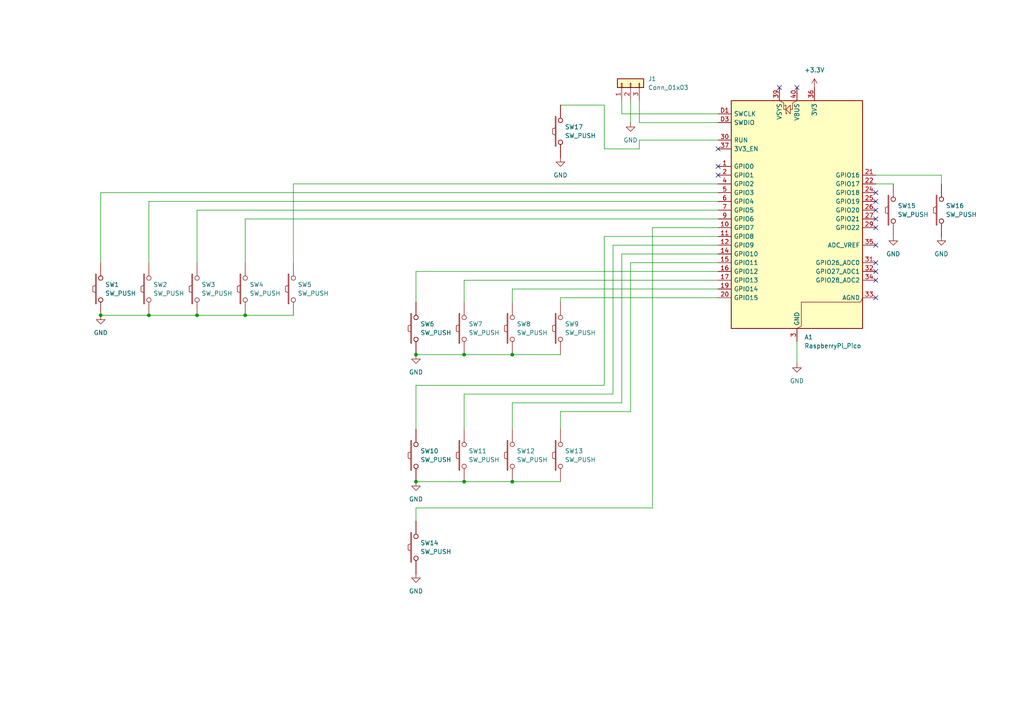
<source format=kicad_sch>
(kicad_sch (version 20250114) (generator "eeschema") (generator_version "9.0")
  (paper "A4")
  (lib_symbols
    (symbol "BrownSugar_KBD:SW_PUSH" (pin_numbers (hide yes)) (pin_names (offset 1.016) (hide yes))
      (property "Reference" "SW" (at 3.81 2.794 0))
      (property "Value" "SW_PUSH" (at 0 -2.032 0))
      (symbol "SW_PUSH_0_1"
        (rectangle (start -4.318 1.27) (end 4.318 1.524))
        (polyline (pts (xy -1.016 1.524) (xy -0.762 2.286) (xy 0.762 2.286) (xy 1.016 1.524)))
        (pin passive inverted (at -7.62 0 0) (length 5.08) (name "1") (number "1"))
        (pin passive inverted (at 7.62 0 180) (length 5.08) (name "2") (number "2"))
      )
    )
    (symbol "Connector_Generic:Conn_01x03" (pin_names (offset 1.016) (hide yes))
      (property "Reference" "J" (at 0 5.08 0))
      (property "Value" "Conn_01x03" (at 0 -5.08 0))
      (symbol "Conn_01x03_1_1"
        (rectangle (start -1.27 3.81) (end 1.27 -3.81) (stroke (width 0.254)) (fill (type background)))
        (rectangle (start -1.27 2.667) (end 0 2.413) (stroke (width 0.1524)))
        (rectangle (start -1.27 0.127) (end 0 -0.127) (stroke (width 0.1524)))
        (rectangle (start -1.27 -2.413) (end 0 -2.667) (stroke (width 0.1524)))
        (pin passive line (at -5.08 2.54 0) (length 3.81) (name "Pin_1") (number "1"))
        (pin passive line (at -5.08 0 0) (length 3.81) (name "Pin_2") (number "2"))
        (pin passive line (at -5.08 -2.54 0) (length 3.81) (name "Pin_3") (number "3"))
      )
    )
    (symbol "MCU_Module:RaspberryPi_Pico_Debug" (pin_names (offset 0.762))
      (property "Reference" "A" (at -19.05 35.56 0))
      (property "Value" "RaspberryPi_Pico" (at 7.62 35.56 0))
      (symbol "RaspberryPi_Pico_Debug_0_1"
        (rectangle (start -19.05 34.29) (end 19.05 -31.75) (stroke (width 0.254)) (fill (type background)))
        (polyline (pts (xy -5.08 34.29) (xy -3.81 33.655) (xy -3.81 31.75) (xy -3.175 31.75)))
        (polyline (pts (xy -3.429 32.766) (xy -3.429 33.02) (xy -3.175 33.02) (xy -3.175 30.48) (xy -2.921 30.48) (xy -2.921 30.734)))
        (polyline (pts (xy -3.175 31.75) (xy -1.905 33.02) (xy -1.905 30.48) (xy -3.175 31.75)))
        (polyline (pts (xy 0 34.29) (xy -1.27 33.655) (xy -1.27 31.75) (xy -1.905 31.75)))
        (polyline (pts (xy 0 -31.75) (xy 1.27 -31.115) (xy 1.27 -24.13) (xy 18.415 -24.13) (xy 19.05 -22.86)))
      )
      (symbol "RaspberryPi_Pico_Debug_1_1"
        (pin input line (at -22.86 30.48 0) (length 3.81) (name "SWCLK") (number "D1"))
        (pin bidirectional line (at -22.86 27.94 0) (length 3.81) (name "SWDIO") (number "D3"))
        (pin passive line (at -22.86 22.86 0) (length 3.81) (name "RUN") (number "30"))
        (pin passive line (at -22.86 20.32 0) (length 3.81) (name "3V3_EN") (number "37"))
        (pin bidirectional line (at -22.86 15.24 0) (length 3.81) (name "GPIO0") (number "1"))
        (pin bidirectional line (at -22.86 12.7 0) (length 3.81) (name "GPIO1") (number "2"))
        (pin bidirectional line (at -22.86 10.16 0) (length 3.81) (name "GPIO2") (number "4"))
        (pin bidirectional line (at -22.86 7.62 0) (length 3.81) (name "GPIO3") (number "5"))
        (pin bidirectional line (at -22.86 5.08 0) (length 3.81) (name "GPIO4") (number "6"))
        (pin bidirectional line (at -22.86 2.54 0) (length 3.81) (name "GPIO5") (number "7"))
        (pin bidirectional line (at -22.86 0 0) (length 3.81) (name "GPIO6") (number "9"))
        (pin bidirectional line (at -22.86 -2.54 0) (length 3.81) (name "GPIO7") (number "10"))
        (pin bidirectional line (at -22.86 -5.08 0) (length 3.81) (name "GPIO8") (number "11"))
        (pin bidirectional line (at -22.86 -7.62 0) (length 3.81) (name "GPIO9") (number "12"))
        (pin bidirectional line (at -22.86 -10.16 0) (length 3.81) (name "GPIO10") (number "14"))
        (pin bidirectional line (at -22.86 -12.7 0) (length 3.81) (name "GPIO11") (number "15"))
        (pin bidirectional line (at -22.86 -15.24 0) (length 3.81) (name "GPIO12") (number "16"))
        (pin bidirectional line (at -22.86 -17.78 0) (length 3.81) (name "GPIO13") (number "17"))
        (pin bidirectional line (at -22.86 -20.32 0) (length 3.81) (name "GPIO14") (number "19"))
        (pin bidirectional line (at -22.86 -22.86 0) (length 3.81) (name "GPIO15") (number "20"))
        (pin power_in line (at -5.08 38.1 270) (length 3.81) (name "VSYS") (number "39"))
        (pin power_out line (at 0 38.1 270) (length 3.81) (name "VBUS") (number "40"))
        (pin passive line (at 0 -35.56 90) (length 3.81) (hide yes) (name "GND") (number "13"))
        (pin passive line (at 0 -35.56 90) (length 3.81) (hide yes) (name "GND") (number "18"))
        (pin passive line (at 0 -35.56 90) (length 3.81) (hide yes) (name "GND") (number "23"))
        (pin passive line (at 0 -35.56 90) (length 3.81) (hide yes) (name "GND") (number "28"))
        (pin power_out line (at 0 -35.56 90) (length 3.81) (name "GND") (number "3"))
        (pin passive line (at 0 -35.56 90) (length 3.81) (hide yes) (name "GND") (number "38"))
        (pin passive line (at 0 -35.56 90) (length 3.81) (hide yes) (name "GND") (number "8"))
        (pin passive line (at 0 -35.56 90) (length 3.81) (hide yes) (name "GND") (number "D2"))
        (pin power_out line (at 5.08 38.1 270) (length 3.81) (name "3V3") (number "36"))
        (pin bidirectional line (at 22.86 12.7 180) (length 3.81) (name "GPIO16") (number "21"))
        (pin bidirectional line (at 22.86 10.16 180) (length 3.81) (name "GPIO17") (number "22"))
        (pin bidirectional line (at 22.86 7.62 180) (length 3.81) (name "GPIO18") (number "24"))
        (pin bidirectional line (at 22.86 5.08 180) (length 3.81) (name "GPIO19") (number "25"))
        (pin bidirectional line (at 22.86 2.54 180) (length 3.81) (name "GPIO20") (number "26"))
        (pin bidirectional line (at 22.86 0 180) (length 3.81) (name "GPIO21") (number "27"))
        (pin bidirectional line (at 22.86 -2.54 180) (length 3.81) (name "GPIO22") (number "29"))
        (pin power_in line (at 22.86 -7.62 180) (length 3.81) (name "ADC_VREF") (number "35"))
        (pin bidirectional line (at 22.86 -12.7 180) (length 3.81) (name "GPIO26_ADC0") (number "31"))
        (pin bidirectional line (at 22.86 -15.24 180) (length 3.81) (name "GPIO27_ADC1") (number "32"))
        (pin bidirectional line (at 22.86 -17.78 180) (length 3.81) (name "GPIO28_ADC2") (number "34"))
        (pin power_out line (at 22.86 -22.86 180) (length 3.81) (name "AGND") (number "33"))
      )
    )
    (symbol "power:+3.3V" (power) (pin_numbers (hide yes)) (pin_names (offset 0) (hide yes))
      (property "Value" "+3.3V" (at 0 3.556 0))
      (symbol "+3.3V_0_1"
        (polyline (pts (xy -0.762 1.27) (xy 0 2.54)))
        (polyline (pts (xy 0 2.54) (xy 0.762 1.27)))
        (polyline (pts (xy 0 0) (xy 0 2.54)))
      )
      (symbol "+3.3V_1_1"
        (pin power_in line (at 0 0 90) (length 0) (name "~") (number "1"))
      )
    )
    (symbol "power:GND" (power) (pin_numbers (hide yes)) (pin_names (offset 0) (hide yes))
      (property "Value" "GND" (at 0 -3.81 0))
      (symbol "GND_0_1"
        (polyline (pts (xy 0 0) (xy 0 -1.27) (xy 1.27 -1.27) (xy 0 -2.54) (xy -1.27 -1.27) (xy 0 -1.27)))
      )
      (symbol "GND_1_1"
        (pin power_in line (at 0 0 270) (length 0) (name "~") (number "1"))
      )
    )
  )
  (junction (at 29.21 91.44))
  (junction (at 120.65 139.7))
  (junction (at 134.62 139.7))
  (junction (at 57.15 91.44))
  (junction (at 71.12 91.44))
  (junction (at 43.18 91.44))
  (junction (at 120.65 102.87))
  (junction (at 148.59 139.7))
  (junction (at 148.59 102.87))
  (junction (at 134.62 102.87))
  (no_connect (at 226.06 25.4))
  (no_connect (at 254 66.04))
  (no_connect (at 254 58.42))
  (no_connect (at 254 81.28))
  (no_connect (at 254 55.88))
  (no_connect (at 208.28 50.8))
  (no_connect (at 254 60.96))
  (no_connect (at 231.14 25.4))
  (no_connect (at 208.28 43.18))
  (no_connect (at 208.28 48.26))
  (no_connect (at 254 71.12))
  (no_connect (at 254 76.2))
  (no_connect (at 254 86.36))
  (no_connect (at 254 63.5))
  (no_connect (at 254 78.74))
  (wire (pts (xy 134.62 102.87) (xy 148.59 102.87)))
  (wire (pts (xy 57.15 76.2) (xy 57.15 60.96)))
  (wire (pts (xy 185.42 40.64) (xy 185.42 43.18)))
  (wire (pts (xy 182.88 76.2) (xy 182.88 119.38)))
  (wire (pts (xy 43.18 76.2) (xy 43.18 58.42)))
  (wire (pts (xy 120.65 147.32) (xy 120.65 151.13)))
  (wire (pts (xy 71.12 76.2) (xy 71.12 63.5)))
  (wire (pts (xy 148.59 83.82) (xy 148.59 87.63)))
  (wire (pts (xy 134.62 124.46) (xy 134.62 114.3)))
  (wire (pts (xy 208.28 66.04) (xy 189.23 66.04)))
  (wire (pts (xy 208.28 71.12) (xy 177.8 71.12)))
  (wire (pts (xy 185.42 29.21) (xy 185.42 35.56)))
  (wire (pts (xy 180.34 73.66) (xy 180.34 116.84)))
  (wire (pts (xy 273.05 50.8) (xy 273.05 53.34)))
  (wire (pts (xy 71.12 91.44) (xy 85.09 91.44)))
  (wire (pts (xy 182.88 29.21) (xy 182.88 35.56)))
  (wire (pts (xy 71.12 63.5) (xy 208.28 63.5)))
  (wire (pts (xy 175.26 43.18) (xy 175.26 30.48)))
  (wire (pts (xy 57.15 91.44) (xy 71.12 91.44)))
  (wire (pts (xy 231.14 99.06) (xy 231.14 105.41)))
  (wire (pts (xy 120.65 78.74) (xy 120.65 87.63)))
  (wire (pts (xy 43.18 91.44) (xy 57.15 91.44)))
  (wire (pts (xy 180.34 33.02) (xy 180.34 29.21)))
  (wire (pts (xy 208.28 68.58) (xy 175.26 68.58)))
  (wire (pts (xy 134.62 139.7) (xy 148.59 139.7)))
  (wire (pts (xy 148.59 83.82) (xy 208.28 83.82)))
  (wire (pts (xy 148.59 116.84) (xy 180.34 116.84)))
  (wire (pts (xy 189.23 147.32) (xy 120.65 147.32)))
  (wire (pts (xy 185.42 35.56) (xy 208.28 35.56)))
  (wire (pts (xy 177.8 71.12) (xy 177.8 114.3)))
  (wire (pts (xy 185.42 43.18) (xy 175.26 43.18)))
  (wire (pts (xy 120.65 102.87) (xy 134.62 102.87)))
  (wire (pts (xy 134.62 81.28) (xy 208.28 81.28)))
  (wire (pts (xy 29.21 55.88) (xy 208.28 55.88)))
  (wire (pts (xy 43.18 58.42) (xy 208.28 58.42)))
  (wire (pts (xy 185.42 40.64) (xy 208.28 40.64)))
  (wire (pts (xy 162.56 124.46) (xy 162.56 119.38)))
  (wire (pts (xy 120.65 139.7) (xy 134.62 139.7)))
  (wire (pts (xy 208.28 76.2) (xy 182.88 76.2)))
  (wire (pts (xy 162.56 87.63) (xy 162.56 86.36)))
  (wire (pts (xy 29.21 91.44) (xy 43.18 91.44)))
  (wire (pts (xy 57.15 60.96) (xy 208.28 60.96)))
  (wire (pts (xy 85.09 53.34) (xy 208.28 53.34)))
  (wire (pts (xy 85.09 53.34) (xy 85.09 76.2)))
  (wire (pts (xy 148.59 124.46) (xy 148.59 116.84)))
  (wire (pts (xy 208.28 73.66) (xy 180.34 73.66)))
  (wire (pts (xy 254 50.8) (xy 273.05 50.8)))
  (wire (pts (xy 134.62 114.3) (xy 177.8 114.3)))
  (wire (pts (xy 148.59 102.87) (xy 162.56 102.87)))
  (wire (pts (xy 29.21 76.2) (xy 29.21 55.88)))
  (wire (pts (xy 254 53.34) (xy 259.08 53.34)))
  (wire (pts (xy 189.23 66.04) (xy 189.23 147.32)))
  (wire (pts (xy 162.56 86.36) (xy 208.28 86.36)))
  (wire (pts (xy 175.26 30.48) (xy 162.56 30.48)))
  (wire (pts (xy 120.65 111.76) (xy 120.65 124.46)))
  (wire (pts (xy 120.65 78.74) (xy 208.28 78.74)))
  (wire (pts (xy 175.26 111.76) (xy 120.65 111.76)))
  (wire (pts (xy 162.56 119.38) (xy 182.88 119.38)))
  (wire (pts (xy 134.62 81.28) (xy 134.62 87.63)))
  (wire (pts (xy 175.26 68.58) (xy 175.26 111.76)))
  (wire (pts (xy 208.28 33.02) (xy 180.34 33.02)))
  (wire (pts (xy 148.59 139.7) (xy 162.56 139.7)))
  (symbol (lib_id "MCU_Module:RaspberryPi_Pico_Debug") (at 231.14 63.5 0) (unit 1)
    (property "Reference" "A1" (at 233.2833 97.79 0) (effects (justify left)))
    (property "Value" "RaspberryPi_Pico" (at 233.2833 100.33 0) (effects (justify left)))
    (property "Footprint" "Module:RaspberryPi_Pico_SMD_HandSolder" (effects (hide yes)))
    (property "Datasheet" "https://datasheets.raspberrypi.com/pico/pico-datasheet.pdf" (effects (hide yes)))
    (property "Description" "Versatile and inexpensive microcontroller module (with debug pins) powered by RP2040 dual-core Arm Cortex-M0+ processor up to 133 MHz, 264kB SRAM, 2MB QSPI flash; also supports Raspberry Pi Pico 2" (effects (hide yes)))
  )
  (symbol (lib_id "BrownSugar_KBD:SW_PUSH") (at 162.56 95.25 90) (unit 1)
    (property "Reference" "SW9" (at 163.83 93.9799 90) (effects (justify right)))
    (property "Value" "SW_PUSH" (at 163.83 96.5199 90) (effects (justify right)))
    (property "Footprint" "BrownSugar_KBD:Kailh_Choc_V1_Hotswap_via" (effects (hide yes)))
  )
  (symbol (lib_id "power:GND") (at 120.65 139.7 0) (unit 1)
    (property "Reference" "#PWR04" (effects (hide yes)))
    (property "Value" "GND" (at 120.65 144.78 0))
    (property "Description" "Power symbol creates a global label with name \"GND\" , ground" (effects (hide yes)))
  )
  (symbol (lib_id "power:GND") (at 259.08 68.58 0) (unit 1)
    (property "Reference" "#PWR09" (effects (hide yes)))
    (property "Value" "GND" (at 259.08 73.66 0))
    (property "Description" "Power symbol creates a global label with name \"GND\" , ground" (effects (hide yes)))
  )
  (symbol (lib_id "BrownSugar_KBD:SW_PUSH") (at 134.62 132.08 90) (unit 1)
    (property "Reference" "SW11" (at 135.89 130.8099 90) (effects (justify right)))
    (property "Value" "SW_PUSH" (at 135.89 133.3499 90) (effects (justify right)))
    (property "Footprint" "BrownSugar_KBD:Kailh_Choc_V1_Hotswap_via" (effects (hide yes)))
  )
  (symbol (lib_id "BrownSugar_KBD:SW_PUSH") (at 148.59 95.25 90) (unit 1)
    (property "Reference" "SW8" (at 149.86 93.9799 90) (effects (justify right)))
    (property "Value" "SW_PUSH" (at 149.86 96.5199 90) (effects (justify right)))
    (property "Footprint" "BrownSugar_KBD:Kailh_Choc_V1_Hotswap_via" (effects (hide yes)))
  )
  (symbol (lib_id "power:GND") (at 231.14 105.41 0) (unit 1)
    (property "Reference" "#PWR01" (effects (hide yes)))
    (property "Value" "GND" (at 231.14 110.49 0))
    (property "Description" "Power symbol creates a global label with name \"GND\" , ground" (effects (hide yes)))
  )
  (symbol (lib_id "power:GND") (at 29.21 91.44 0) (unit 1)
    (property "Reference" "#PWR02" (effects (hide yes)))
    (property "Value" "GND" (at 29.21 96.52 0))
    (property "Description" "Power symbol creates a global label with name \"GND\" , ground" (effects (hide yes)))
  )
  (symbol (lib_id "BrownSugar_KBD:SW_PUSH") (at 71.12 83.82 90) (unit 1)
    (property "Reference" "SW4" (at 72.39 82.5499 90) (effects (justify right)))
    (property "Value" "SW_PUSH" (at 72.39 85.0899 90) (effects (justify right)))
    (property "Footprint" "BrownSugar_KBD:Kailh_Choc_V1_Hotswap_via" (effects (hide yes)))
  )
  (symbol (lib_id "BrownSugar_KBD:SW_PUSH") (at 134.62 95.25 90) (unit 1)
    (property "Reference" "SW7" (at 135.89 93.9799 90) (effects (justify right)))
    (property "Value" "SW_PUSH" (at 135.89 96.5199 90) (effects (justify right)))
    (property "Footprint" "BrownSugar_KBD:Kailh_Choc_V1_Hotswap_via" (effects (hide yes)))
  )
  (symbol (lib_id "BrownSugar_KBD:SW_PUSH") (at 162.56 38.1 90) (unit 1)
    (property "Reference" "SW17" (at 163.83 36.8299 90) (effects (justify right)))
    (property "Value" "SW_PUSH" (at 163.83 39.3699 90) (effects (justify right)))
    (property "Footprint" "Button_Switch_SMD:SW_SPST_PTS810" (effects (hide yes)))
  )
  (symbol (lib_id "BrownSugar_KBD:SW_PUSH") (at 29.21 83.82 90) (unit 1)
    (property "Reference" "SW1" (at 30.48 82.5499 90) (effects (justify right)))
    (property "Value" "SW_PUSH" (at 30.48 85.0899 90) (effects (justify right)))
    (property "Footprint" "BrownSugar_KBD:Kailh_Choc_V1_Hotswap_via" (effects (hide yes)))
  )
  (symbol (lib_id "power:GND") (at 182.88 35.56 0) (unit 1)
    (property "Reference" "#PWR07" (effects (hide yes)))
    (property "Value" "GND" (at 182.88 40.64 0))
    (property "Description" "Power symbol creates a global label with name \"GND\" , ground" (effects (hide yes)))
  )
  (symbol (lib_id "power:GND") (at 162.56 45.72 0) (unit 1)
    (property "Reference" "#PWR08" (effects (hide yes)))
    (property "Value" "GND" (at 162.56 50.8 0))
    (property "Description" "Power symbol creates a global label with name \"GND\" , ground" (effects (hide yes)))
  )
  (symbol (lib_id "power:GND") (at 120.65 166.37 0) (unit 1)
    (property "Reference" "#PWR05" (effects (hide yes)))
    (property "Value" "GND" (at 120.65 171.45 0))
    (property "Description" "Power symbol creates a global label with name \"GND\" , ground" (effects (hide yes)))
  )
  (symbol (lib_id "BrownSugar_KBD:SW_PUSH") (at 120.65 95.25 90) (unit 1)
    (property "Reference" "SW6" (at 121.92 93.9799 90) (effects (justify right)))
    (property "Value" "SW_PUSH" (at 121.92 96.5199 90) (effects (justify right)))
    (property "Footprint" "BrownSugar_KBD:Kailh_Choc_V1_Hotswap_via" (effects (hide yes)))
  )
  (symbol (lib_id "BrownSugar_KBD:SW_PUSH") (at 85.09 83.82 90) (unit 1)
    (property "Reference" "SW5" (at 86.36 82.5499 90) (effects (justify right)))
    (property "Value" "SW_PUSH" (at 86.36 85.0899 90) (effects (justify right)))
    (property "Footprint" "BrownSugar_KBD:Kailh_Choc_V1_Hotswap_via" (effects (hide yes)))
  )
  (symbol (lib_id "BrownSugar_KBD:SW_PUSH") (at 120.65 132.08 90) (unit 1)
    (property "Reference" "SW10" (at 121.92 130.8099 90) (effects (justify right)))
    (property "Value" "SW_PUSH" (at 121.92 133.3499 90) (effects (justify right)))
    (property "Footprint" "BrownSugar_KBD:Kailh_Choc_V1_Hotswap_via" (effects (hide yes)))
  )
  (symbol (lib_id "BrownSugar_KBD:SW_PUSH") (at 162.56 132.08 90) (unit 1)
    (property "Reference" "SW13" (at 163.83 130.8099 90) (effects (justify right)))
    (property "Value" "SW_PUSH" (at 163.83 133.3499 90) (effects (justify right)))
    (property "Footprint" "BrownSugar_KBD:Kailh_Choc_V1_Hotswap_via" (effects (hide yes)))
  )
  (symbol (lib_id "BrownSugar_KBD:SW_PUSH") (at 273.05 60.96 90) (unit 1)
    (property "Reference" "SW16" (at 274.32 59.6899 90) (effects (justify right)))
    (property "Value" "SW_PUSH" (at 274.32 62.2299 90) (effects (justify right)))
    (property "Footprint" "BrownSugar_KBD:Kailh_Choc_V1_Hotswap_via" (effects (hide yes)))
  )
  (symbol (lib_id "BrownSugar_KBD:SW_PUSH") (at 57.15 83.82 90) (unit 1)
    (property "Reference" "SW3" (at 58.42 82.5499 90) (effects (justify right)))
    (property "Value" "SW_PUSH" (at 58.42 85.0899 90) (effects (justify right)))
    (property "Footprint" "BrownSugar_KBD:Kailh_Choc_V1_Hotswap_via" (effects (hide yes)))
  )
  (symbol (lib_id "power:GND") (at 273.05 68.58 0) (unit 1)
    (property "Reference" "#PWR010" (effects (hide yes)))
    (property "Value" "GND" (at 273.05 73.66 0))
    (property "Description" "Power symbol creates a global label with name \"GND\" , ground" (effects (hide yes)))
  )
  (symbol (lib_id "BrownSugar_KBD:SW_PUSH") (at 148.59 132.08 90) (unit 1)
    (property "Reference" "SW12" (at 149.86 130.8099 90) (effects (justify right)))
    (property "Value" "SW_PUSH" (at 149.86 133.3499 90) (effects (justify right)))
    (property "Footprint" "BrownSugar_KBD:Kailh_Choc_V1_Hotswap_via" (effects (hide yes)))
  )
  (symbol (lib_id "Connector_Generic:Conn_01x03") (at 182.88 24.13 90) (unit 1)
    (property "Reference" "J1" (at 187.96 22.8599 90) (effects (justify right)))
    (property "Value" "Conn_01x03" (at 187.96 25.3999 90) (effects (justify right)))
    (property "Footprint" "Connector_PinHeader_2.54mm:PinHeader_1x03_P2.54mm_Vertical" (effects (hide yes)))
    (property "Description" "Generic connector, single row, 01x03, script generated (kicad-library-utils/schlib/autogen/connector/)" (effects (hide yes)))
  )
  (symbol (lib_id "power:+3.3V") (at 236.22 25.4 0) (unit 1)
    (property "Reference" "#PWR06" (effects (hide yes)))
    (property "Value" "+3.3V" (at 236.22 20.32 0))
    (property "Description" "Power symbol creates a global label with name \"+3.3V\"" (effects (hide yes)))
  )
  (symbol (lib_id "BrownSugar_KBD:SW_PUSH") (at 43.18 83.82 90) (unit 1)
    (property "Reference" "SW2" (at 44.45 82.5499 90) (effects (justify right)))
    (property "Value" "SW_PUSH" (at 44.45 85.0899 90) (effects (justify right)))
    (property "Footprint" "BrownSugar_KBD:Kailh_Choc_V1_Hotswap_via" (effects (hide yes)))
  )
  (symbol (lib_id "BrownSugar_KBD:SW_PUSH") (at 120.65 158.75 90) (unit 1)
    (property "Reference" "SW14" (at 121.92 157.4799 90) (effects (justify right)))
    (property "Value" "SW_PUSH" (at 121.92 160.0199 90) (effects (justify right)))
    (property "Footprint" "BrownSugar_KBD:Kailh_Choc_V1_Hotswap_via" (effects (hide yes)))
  )
  (symbol (lib_id "BrownSugar_KBD:SW_PUSH") (at 259.08 60.96 90) (unit 1)
    (property "Reference" "SW15" (at 260.35 59.6899 90) (effects (justify right)))
    (property "Value" "SW_PUSH" (at 260.35 62.2299 90) (effects (justify right)))
    (property "Footprint" "BrownSugar_KBD:Kailh_Choc_V1_Hotswap_via" (effects (hide yes)))
  )
  (symbol (lib_id "power:GND") (at 120.65 102.87 0) (unit 1)
    (property "Reference" "#PWR03" (effects (hide yes)))
    (property "Value" "GND" (at 120.65 107.95 0))
    (property "Description" "Power symbol creates a global label with name \"GND\" , ground" (effects (hide yes)))
  )
)
</source>
